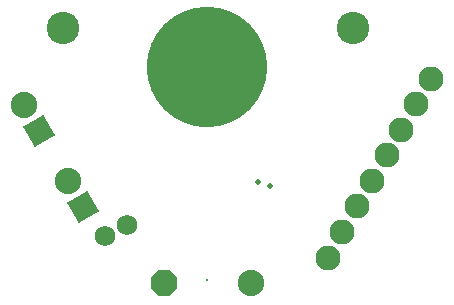
<source format=gbs>
G04 Layer_Color=16711935*
%FSLAX24Y24*%
%MOIN*%
G70*
G01*
G75*
%ADD87C,0.0828*%
%ADD90C,0.0080*%
%ADD91C,0.0880*%
%ADD92P,0.1103X4X165.0*%
%ADD93P,0.0953X8X22.5*%
%ADD94C,0.0680*%
%ADD95C,0.0200*%
%ADD96C,0.1080*%
%ADD97C,0.4017*%
G36*
X1339Y2743D02*
X1376Y2733D01*
X1412Y2717D01*
X1444Y2695D01*
X1471Y2668D01*
X1494Y2637D01*
X1510Y2602D01*
X1520Y2565D01*
X1524Y2526D01*
X1520Y2488D01*
X1510Y2451D01*
X1494Y2416D01*
X1471Y2385D01*
X1444Y2358D01*
X1412Y2336D01*
X1376Y2319D01*
X1339Y2309D01*
X1300Y2306D01*
X1261Y2309D01*
X1223Y2319D01*
X1188Y2336D01*
X1156Y2358D01*
X1128Y2385D01*
X1106Y2416D01*
X1089Y2451D01*
X1079Y2488D01*
X1076Y2526D01*
X1079Y2565D01*
X1089Y2602D01*
X1106Y2637D01*
X1128Y2668D01*
X1156Y2695D01*
X1188Y2717D01*
X1223Y2733D01*
X1261Y2743D01*
X1300Y2747D01*
X1339Y2743D01*
D02*
G37*
G36*
X2081Y3136D02*
X2119Y3127D01*
X2154Y3110D01*
X2186Y3088D01*
X2214Y3061D01*
X2236Y3030D01*
X2253Y2995D01*
X2263Y2958D01*
X2266Y2919D01*
X2263Y2881D01*
X2253Y2844D01*
X2236Y2809D01*
X2214Y2778D01*
X2186Y2751D01*
X2154Y2729D01*
X2119Y2712D01*
X2081Y2702D01*
X2042Y2699D01*
X2003Y2702D01*
X1966Y2712D01*
X1930Y2729D01*
X1898Y2751D01*
X1871Y2778D01*
X1848Y2809D01*
X1832Y2844D01*
X1822Y2881D01*
X1818Y2919D01*
X1822Y2958D01*
X1832Y2995D01*
X1848Y3030D01*
X1871Y3061D01*
X1898Y3088D01*
X1930Y3110D01*
X1966Y3127D01*
X2003Y3136D01*
X2042Y3140D01*
X2081Y3136D01*
D02*
G37*
D87*
X12170Y7787D02*
D03*
X11677Y6935D02*
D03*
X11185Y6082D02*
D03*
X10693Y5230D02*
D03*
X10201Y4377D02*
D03*
X9709Y3525D02*
D03*
X9217Y2673D02*
D03*
X8725Y1820D02*
D03*
D90*
X4717Y1079D02*
D03*
D91*
X6157Y959D02*
D03*
X87Y4362D02*
D03*
X-1393Y6912D02*
D03*
D92*
X587Y3496D02*
D03*
X-893Y6046D02*
D03*
D93*
X3277Y959D02*
D03*
D94*
X2047Y2919D02*
D03*
X1297Y2529D02*
D03*
D95*
X6415Y4354D02*
D03*
X6815Y4194D02*
D03*
D96*
X-103Y9479D02*
D03*
X9557D02*
D03*
D97*
X4717Y8169D02*
D03*
M02*

</source>
